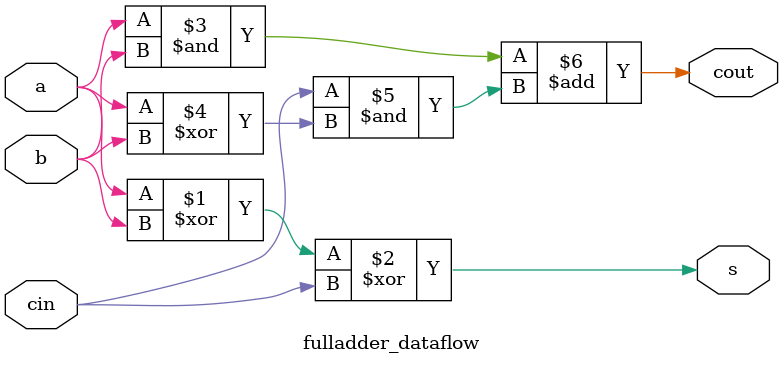
<source format=v>
`timescale 1ns / 1ps


module fulladder_dataflow(
    input a,
    input b,
    input cin,
    output cout,
    output s
    );
    
    assign s = (a^b)^cin;
    assign cout = (a&b)+(cin&(a^b));
endmodule

</source>
